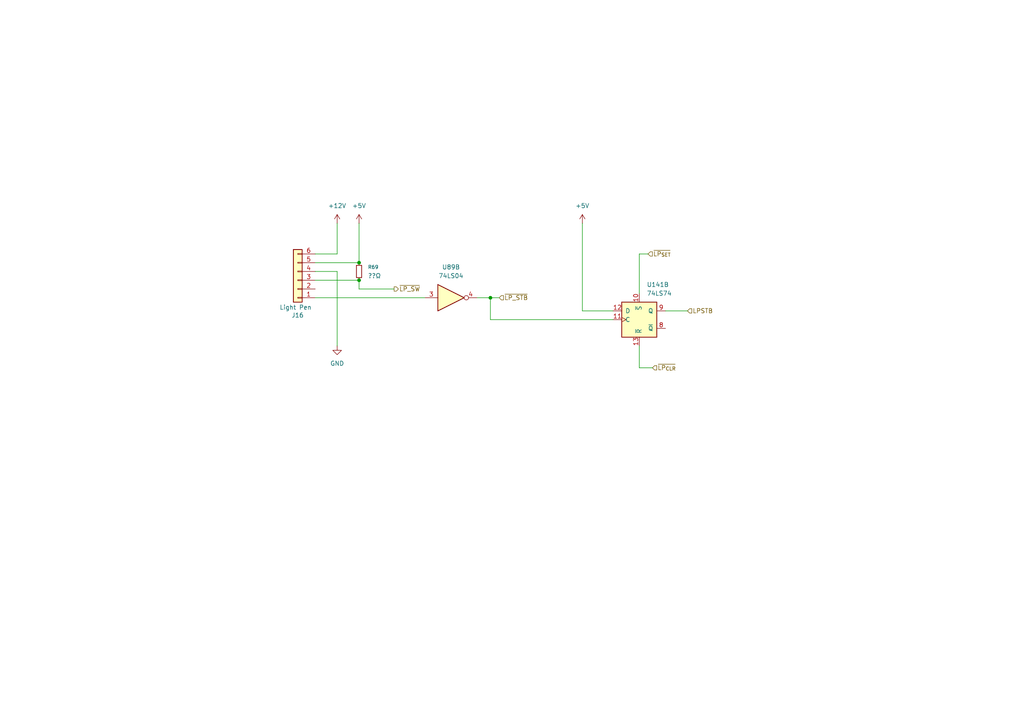
<source format=kicad_sch>
(kicad_sch (version 20250114) (generator "eeschema") (generator_version "9.0")
  (paper "A4")
  (lib_symbols
    (symbol "74xx:74LS04"
      (property "Reference" "U" (at 0 1.27 0))
      (property "Value" "74LS04" (at 0 -1.27 0))
      (symbol "74LS04_1_0"
        (polyline (pts (xy -3.81 3.81) (xy -3.81 -3.81) (xy 3.81 0) (xy -3.81 3.81)) (stroke (width 0.254)) (fill (type background)))
        (pin input line (at -7.62 0 0) (length 3.81) (name "~") (number "1"))
        (pin output inverted (at 7.62 0 180) (length 3.81) (name "~") (number "2"))
      )
      (symbol "74LS04_2_0"
        (polyline (pts (xy -3.81 3.81) (xy -3.81 -3.81) (xy 3.81 0) (xy -3.81 3.81)) (stroke (width 0.254)) (fill (type background)))
        (pin input line (at -7.62 0 0) (length 3.81) (name "~") (number "3"))
        (pin output inverted (at 7.62 0 180) (length 3.81) (name "~") (number "4"))
      )
      (symbol "74LS04_3_0"
        (polyline (pts (xy -3.81 3.81) (xy -3.81 -3.81) (xy 3.81 0) (xy -3.81 3.81)) (stroke (width 0.254)) (fill (type background)))
        (pin input line (at -7.62 0 0) (length 3.81) (name "~") (number "5"))
        (pin output inverted (at 7.62 0 180) (length 3.81) (name "~") (number "6"))
      )
      (symbol "74LS04_4_0"
        (polyline (pts (xy -3.81 3.81) (xy -3.81 -3.81) (xy 3.81 0) (xy -3.81 3.81)) (stroke (width 0.254)) (fill (type background)))
        (pin input line (at -7.62 0 0) (length 3.81) (name "~") (number "9"))
        (pin output inverted (at 7.62 0 180) (length 3.81) (name "~") (number "8"))
      )
      (symbol "74LS04_5_0"
        (polyline (pts (xy -3.81 3.81) (xy -3.81 -3.81) (xy 3.81 0) (xy -3.81 3.81)) (stroke (width 0.254)) (fill (type background)))
        (pin input line (at -7.62 0 0) (length 3.81) (name "~") (number "11"))
        (pin output inverted (at 7.62 0 180) (length 3.81) (name "~") (number "10"))
      )
      (symbol "74LS04_6_0"
        (polyline (pts (xy -3.81 3.81) (xy -3.81 -3.81) (xy 3.81 0) (xy -3.81 3.81)) (stroke (width 0.254)) (fill (type background)))
        (pin input line (at -7.62 0 0) (length 3.81) (name "~") (number "13"))
        (pin output inverted (at 7.62 0 180) (length 3.81) (name "~") (number "12"))
      )
      (symbol "74LS04_7_0"
        (pin power_in line (at 0 12.7 270) (length 5.08) (name "VCC") (number "14"))
        (pin power_in line (at 0 -12.7 90) (length 5.08) (name "GND") (number "7"))
      )
      (symbol "74LS04_7_1"
        (rectangle (start -5.08 7.62) (end 5.08 -7.62) (stroke (width 0.254)) (fill (type background)))
      )
    )
    (symbol "74xx:74LS74" (pin_names (offset 1.016))
      (property "Reference" "U" (at -7.62 8.89 0))
      (property "Value" "74LS74" (at -7.62 -8.89 0))
      (symbol "74LS74_1_0"
        (pin input line (at -7.62 2.54 0) (length 2.54) (name "D") (number "2"))
        (pin input clock (at -7.62 0 0) (length 2.54) (name "C") (number "3"))
        (pin input line (at 0 7.62 270) (length 2.54) (name "~{S}") (number "4"))
        (pin input line (at 0 -7.62 90) (length 2.54) (name "~{R}") (number "1"))
        (pin output line (at 7.62 2.54 180) (length 2.54) (name "Q") (number "5"))
        (pin output line (at 7.62 -2.54 180) (length 2.54) (name "~{Q}") (number "6"))
      )
      (symbol "74LS74_1_1"
        (rectangle (start -5.08 5.08) (end 5.08 -5.08) (stroke (width 0.254)) (fill (type background)))
      )
      (symbol "74LS74_2_0"
        (pin input line (at -7.62 2.54 0) (length 2.54) (name "D") (number "12"))
        (pin input clock (at -7.62 0 0) (length 2.54) (name "C") (number "11"))
        (pin input line (at 0 7.62 270) (length 2.54) (name "~{S}") (number "10"))
        (pin input line (at 0 -7.62 90) (length 2.54) (name "~{R}") (number "13"))
        (pin output line (at 7.62 2.54 180) (length 2.54) (name "Q") (number "9"))
        (pin output line (at 7.62 -2.54 180) (length 2.54) (name "~{Q}") (number "8"))
      )
      (symbol "74LS74_2_1"
        (rectangle (start -5.08 5.08) (end 5.08 -5.08) (stroke (width 0.254)) (fill (type background)))
      )
      (symbol "74LS74_3_0"
        (pin power_in line (at 0 10.16 270) (length 2.54) (name "VCC") (number "14"))
        (pin power_in line (at 0 -10.16 90) (length 2.54) (name "GND") (number "7"))
      )
      (symbol "74LS74_3_1"
        (rectangle (start -5.08 7.62) (end 5.08 -7.62) (stroke (width 0.254)) (fill (type background)))
      )
    )
    (symbol "Connector_Generic:Conn_01x06" (pin_names (offset 1.016) (hide yes))
      (property "Reference" "J" (at 0 7.62 0))
      (property "Value" "Conn_01x06" (at 0 -10.16 0))
      (symbol "Conn_01x06_1_1"
        (rectangle (start -1.27 6.35) (end 1.27 -8.89) (stroke (width 0.254)) (fill (type background)))
        (rectangle (start -1.27 5.207) (end 0 4.953) (stroke (width 0.1524)))
        (rectangle (start -1.27 2.667) (end 0 2.413) (stroke (width 0.1524)))
        (rectangle (start -1.27 0.127) (end 0 -0.127) (stroke (width 0.1524)))
        (rectangle (start -1.27 -2.413) (end 0 -2.667) (stroke (width 0.1524)))
        (rectangle (start -1.27 -4.953) (end 0 -5.207) (stroke (width 0.1524)))
        (rectangle (start -1.27 -7.493) (end 0 -7.747) (stroke (width 0.1524)))
        (pin passive line (at -5.08 5.08 0) (length 3.81) (name "Pin_1") (number "1"))
        (pin passive line (at -5.08 2.54 0) (length 3.81) (name "Pin_2") (number "2"))
        (pin passive line (at -5.08 0 0) (length 3.81) (name "Pin_3") (number "3"))
        (pin passive line (at -5.08 -2.54 0) (length 3.81) (name "Pin_4") (number "4"))
        (pin passive line (at -5.08 -5.08 0) (length 3.81) (name "Pin_5") (number "5"))
        (pin passive line (at -5.08 -7.62 0) (length 3.81) (name "Pin_6") (number "6"))
      )
    )
    (symbol "R_Small_1" (pin_numbers (hide yes)) (pin_names (offset 0.254) (hide yes))
      (property "Reference" "R" (at 0 0 90))
      (property "Value" "R_Small" (at 1.778 0 90))
      (symbol "R_Small_1_0_1"
        (rectangle (start -0.762 1.778) (end 0.762 -1.778) (stroke (width 0.2032)))
      )
      (symbol "R_Small_1_1_1"
        (pin passive line (at 0 2.54 270) (length 0.762) (name "~") (number "1"))
        (pin passive line (at 0 -2.54 90) (length 0.762) (name "~") (number "2"))
      )
    )
    (symbol "power:+12V" (power) (pin_numbers (hide yes)) (pin_names (offset 0) (hide yes))
      (property "Value" "+12V" (at 0 3.556 0))
      (symbol "+12V_0_1"
        (polyline (pts (xy -0.762 1.27) (xy 0 2.54)))
        (polyline (pts (xy 0 2.54) (xy 0.762 1.27)))
        (polyline (pts (xy 0 0) (xy 0 2.54)))
      )
      (symbol "+12V_1_1"
        (pin power_in line (at 0 0 90) (length 0) (name "~") (number "1"))
      )
    )
    (symbol "power:+5V" (power) (pin_numbers (hide yes)) (pin_names (offset 0) (hide yes))
      (property "Value" "+5V" (at 0 3.556 0))
      (symbol "+5V_0_1"
        (polyline (pts (xy -0.762 1.27) (xy 0 2.54)))
        (polyline (pts (xy 0 2.54) (xy 0.762 1.27)))
        (polyline (pts (xy 0 0) (xy 0 2.54)))
      )
      (symbol "+5V_1_1"
        (pin power_in line (at 0 0 90) (length 0) (name "~") (number "1"))
      )
    )
    (symbol "power:GND" (power) (pin_numbers (hide yes)) (pin_names (offset 0) (hide yes))
      (property "Value" "GND" (at 0 -3.81 0))
      (symbol "GND_0_1"
        (polyline (pts (xy 0 0) (xy 0 -1.27) (xy 1.27 -1.27) (xy 0 -2.54) (xy -1.27 -1.27) (xy 0 -1.27)))
      )
      (symbol "GND_1_1"
        (pin power_in line (at 0 0 270) (length 0) (name "~") (number "1"))
      )
    )
  )
  (junction (at 104.14 76.2))
  (junction (at 104.14 81.28))
  (junction (at 142.24 86.36))
  (wire (pts (xy 91.44 78.74) (xy 97.79 78.74)))
  (wire (pts (xy 185.42 100.33) (xy 185.42 106.68)))
  (wire (pts (xy 104.14 64.77) (xy 104.14 76.2)))
  (wire (pts (xy 193.04 90.17) (xy 199.39 90.17)))
  (wire (pts (xy 97.79 78.74) (xy 97.79 100.33)))
  (wire (pts (xy 185.42 73.66) (xy 185.42 85.09)))
  (wire (pts (xy 138.43 86.36) (xy 142.24 86.36)))
  (wire (pts (xy 91.44 76.2) (xy 104.14 76.2)))
  (wire (pts (xy 91.44 81.28) (xy 104.14 81.28)))
  (wire (pts (xy 185.42 106.68) (xy 189.23 106.68)))
  (wire (pts (xy 168.91 90.17) (xy 177.8 90.17)))
  (wire (pts (xy 142.24 92.71) (xy 177.8 92.71)))
  (wire (pts (xy 142.24 86.36) (xy 142.24 92.71)))
  (wire (pts (xy 187.96 73.66) (xy 185.42 73.66)))
  (wire (pts (xy 91.44 73.66) (xy 97.79 73.66)))
  (wire (pts (xy 142.24 86.36) (xy 144.78 86.36)))
  (wire (pts (xy 104.14 81.28) (xy 104.14 83.82)))
  (wire (pts (xy 91.44 86.36) (xy 123.19 86.36)))
  (wire (pts (xy 168.91 64.77) (xy 168.91 90.17)))
  (wire (pts (xy 104.14 83.82) (xy 114.3 83.82)))
  (wire (pts (xy 97.79 64.77) (xy 97.79 73.66)))
  (hierarchical_label "~{LP_STB}" (shape input) (at 144.78 86.36 0))
  (hierarchical_label "~{LP_SW}" (shape output) (at 114.3 83.82 0))
  (hierarchical_label "~{LP_{SET}}" (shape input) (at 187.96 73.66 0))
  (hierarchical_label "LPSTB" (shape input) (at 199.39 90.17 0))
  (hierarchical_label "~{LP_{CLR}}" (shape input) (at 189.23 106.68 0))
  (symbol (lib_name "R_Small_1") (lib_id "Device:R_Small") (at 104.14 78.74 0) (unit 1)
    (property "Reference" "R69" (at 106.68 77.4699 0) (effects (font (size 1.016 1.016)) (justify left)))
    (property "Value" "??Ω" (at 106.68 80.0099 0) (effects (justify left)))
    (property "Footprint" "seequa_footprints:R_Seequa_Resistor" (effects (hide yes)))
    (property "Description" "Resistor, small symbol" (effects (hide yes)))
  )
  (symbol (lib_id "power:+5V") (at 104.14 64.77 0) (unit 1)
    (property "Reference" "#PWR054" (effects (hide yes)))
    (property "Value" "+5V" (at 104.14 59.69 0))
    (property "Description" "Power symbol creates a global label with name \"+5V\"" (effects (hide yes)))
  )
  (symbol (lib_id "power:+5V") (at 168.91 64.77 0) (unit 1)
    (property "Reference" "#PWR051" (effects (hide yes)))
    (property "Value" "+5V" (at 168.91 59.69 0))
    (property "Description" "Power symbol creates a global label with name \"+5V\"" (effects (hide yes)))
  )
  (symbol (lib_id "Connector_Generic:Conn_01x06") (at 86.36 81.28 180) (unit 1)
    (property "Reference" "J16" (at 88.138 91.44 0) (effects (justify left)))
    (property "Value" "Light Pen" (at 90.424 89.154 0) (effects (justify left)))
    (property "Footprint" "Connector_PinHeader_2.54mm:PinHeader_1x06_P2.54mm_Horizontal" (effects (hide yes)))
    (property "Description" "Generic connector, single row, 01x06, script generated (kicad-library-utils/schlib/autogen/connector/)" (effects (hide yes)))
  )
  (symbol (lib_id "power:GND") (at 97.79 100.33 0) (unit 1)
    (property "Reference" "#PWR042" (effects (hide yes)))
    (property "Value" "GND" (at 97.79 105.41 0))
    (property "Description" "Power symbol creates a global label with name \"GND\" , ground" (effects (hide yes)))
  )
  (symbol (lib_id "74xx:74LS04") (at 130.81 86.36 0) (unit 2)
    (property "Reference" "U89" (at 130.81 77.47 0))
    (property "Value" "74LS04" (at 130.81 80.01 0))
    (property "Footprint" "Package_DIP:DIP-14_W7.62mm" (effects (hide yes)))
    (property "Datasheet" "http://www.ti.com/lit/gpn/sn74LS04" (effects (hide yes)))
    (property "Description" "Hex Inverter" (effects (hide yes)))
  )
  (symbol (lib_id "power:+12V") (at 97.79 64.77 0) (unit 1)
    (property "Reference" "#PWR055" (effects (hide yes)))
    (property "Value" "+12V" (at 97.79 59.69 0))
    (property "Description" "Power symbol creates a global label with name \"+12V\"" (effects (hide yes)))
  )
  (symbol (lib_id "74xx:74LS74") (at 185.42 92.71 0) (unit 2)
    (property "Reference" "U141" (at 187.5633 82.55 0) (effects (justify left)))
    (property "Value" "74LS74" (at 187.5633 85.09 0) (effects (justify left)))
    (property "Footprint" "Package_DIP:DIP-14_W7.62mm" (effects (hide yes)))
    (property "Datasheet" "74xx/74hc_hct74.pdf" (effects (hide yes)))
    (property "Description" "Dual D Flip-flop, Set & Reset" (effects (hide yes)))
  )
)
</source>
